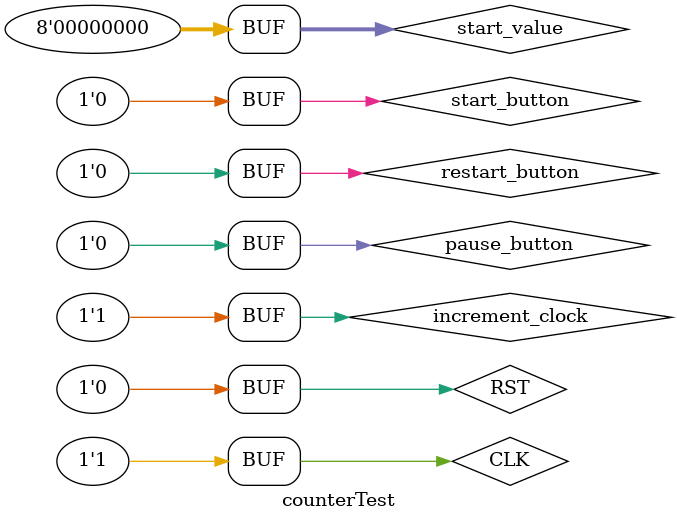
<source format=v>
`timescale 1ns / 1ps


module counterTest;

	// Inputs
	reg pause_button;
	reg restart_button;
	reg start_button;
	reg RST;
	reg [7:0] start_value;
	reg CLK;
	reg increment_clock;
	
	reg i[3:0]; //for testing.

	// Outputs
	wire [7:0] current_value;

	// Instantiate the Unit Under Test (UUT)
	counter_lab1 uut (
		.pause_button(pause_button), 
		.restart_button(restart_button), 
		.start_button(start_button), 
		.RST(RST), 
		.start_value(start_value), 
		.CLK(CLK), 
		.increment_clock(increment_clock), 
		.current_value(current_value)
	);

	initial begin
		// Initialize Inputs
		pause_button = 0;
		restart_button = 0;
		start_button = 0;
		RST = 0;
		start_value = 0;
		CLK = 0;
		increment_clock = 0;
		
		// Wait 100 ns for global reset to finish
		#100;
        
		pause_button = 0;
		restart_button = 0;
		start_button = 0;
		RST = 1;
		CLK = 0;
		increment_clock = 0;
		
		pause_button = 0;
		restart_button = 0;
		start_button = 0;
		RST = 0;
		CLK = 1;
		increment_clock = 0;
		
		pause_button = 0;
		restart_button = 0;
		start_button = 0;
		RST = 0;
		CLK = 1;
		increment_clock = 0;
		
		pause_button = 0;
		restart_button = 0;
		start_button = 0;
		RST = 0;
		CLK = 1;
		increment_clock = 1;
		
		pause_button = 0;
		restart_button = 0;
		start_button = 0;
		RST = 0;
		CLK = 1;
		increment_clock = 1;
		
		pause_button = 0;
		restart_button = 0;
		start_button = 0;
		RST = 0;
		CLK = 1;
		increment_clock = 1;
		
		
		// Add stimulus here
		



	end
      
endmodule


</source>
